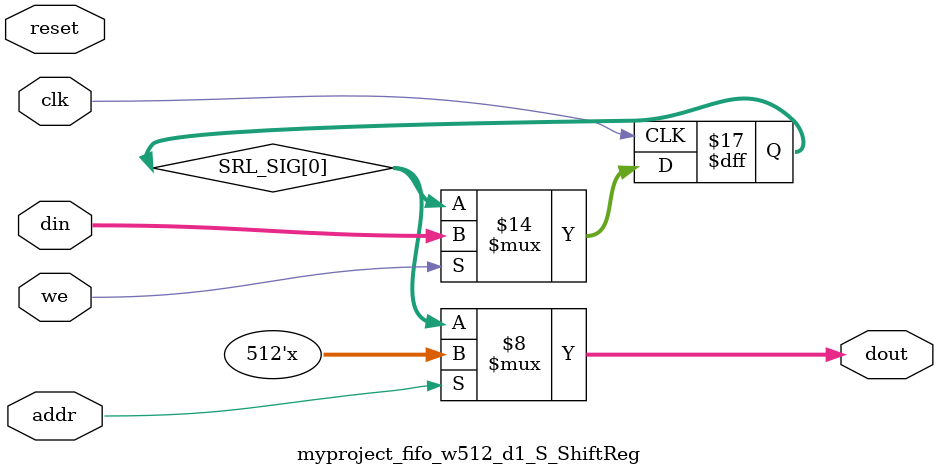
<source format=v>

`timescale 1 ns / 1 ps


module myproject_fifo_w512_d1_S
#(parameter
    MEM_STYLE   = "shiftReg",
    DATA_WIDTH  = 512,
    ADDR_WIDTH  = 1,
    DEPTH       = 1)
(
    // system signal
    input  wire                  clk,
    input  wire                  reset,

    // write
    output wire                  if_full_n,
    input  wire                  if_write_ce,
    input  wire                  if_write,
    input  wire [DATA_WIDTH-1:0] if_din,
    
    // read 
    output wire [ADDR_WIDTH:0]   if_num_data_valid, // for FRP
    output wire [ADDR_WIDTH:0]   if_fifo_cap,       // for FRP
    output wire                  if_empty_n,
    input  wire                  if_read_ce,
    input  wire                  if_read,
    output wire [DATA_WIDTH-1:0] if_dout
);
//------------------------Parameter----------------------

//------------------------Local signal-------------------
    wire [ADDR_WIDTH-1:0]     addr;
    wire                      push;
    wire                      pop;
    reg signed [ADDR_WIDTH:0] mOutPtr;
    reg                       empty_n = 1'b0;
    reg                       full_n  = 1'b1;
    // with almost full?  no 
    // has output register?  no 
//------------------------Instantiation------------------
    myproject_fifo_w512_d1_S_ShiftReg 
    #(  .DATA_WIDTH (DATA_WIDTH),
        .ADDR_WIDTH (ADDR_WIDTH),
        .DEPTH      (DEPTH))
    U_myproject_fifo_w512_d1_S_ShiftReg (
        .clk        (clk),
        .reset      (reset),
        .we         (push),
        .addr       (addr),
        .din        (if_din),
        .dout       (if_dout)
    );
//------------------------Task and function--------------

//------------------------Body---------------------------
    // has num_data_valid ? 
    assign if_num_data_valid = mOutPtr + 1'b1; // yes
    assign if_fifo_cap = DEPTH; // yes  

    // has almost full ? 
    assign if_full_n  = full_n; //no 
    assign push       = full_n & if_write_ce & if_write;

    // has output register? 
    assign if_empty_n = empty_n;  // no
    assign pop        = empty_n & if_read_ce & if_read; // no 

    assign addr       = mOutPtr[ADDR_WIDTH] == 1'b0 ? mOutPtr[ADDR_WIDTH-1:0] : {ADDR_WIDTH{1'b0}};

    // mOutPtr
    always @(posedge clk) begin
        if (reset == 1'b1)
            mOutPtr <= {ADDR_WIDTH+1{1'b1}};
        else if (push & ~pop)
            mOutPtr <= mOutPtr + 1'b1;
        else if (~push & pop)
            mOutPtr <= mOutPtr - 1'b1;
    end

    // full_n
    always @(posedge clk) begin
        if (reset == 1'b1)
            full_n <= 1'b1;
        else if (push & ~pop) begin
            if (mOutPtr == DEPTH - 2)
                full_n <= 1'b0;
        end
        else if (~push & pop)
            full_n <= 1'b1;
    end

    // almost_full_n 

    // empty_n
    always @(posedge clk) begin
        if (reset == 1'b1)
            empty_n <= 1'b0;
        else if (push & ~pop)
            empty_n <= 1'b1;
        else if (~push & pop) begin
            if (mOutPtr == 0)
                empty_n <= 1'b0;
        end
    end
 
    // num_data_valid 

    // dout_vld 

endmodule  


module myproject_fifo_w512_d1_S_ShiftReg
#(parameter
    DATA_WIDTH  = 512,
    ADDR_WIDTH  = 1,
    DEPTH       = 1)
(
    input  wire                  clk,
    input  wire                  reset,
    input  wire                  we,
    input  wire [ADDR_WIDTH-1:0] addr,
    input  wire [DATA_WIDTH-1:0] din,
    //output register? 
    output wire [DATA_WIDTH-1:0] dout // no 
);

    reg [DATA_WIDTH-1:0] SRL_SIG [0:DEPTH-1];
    integer i;

    always @ (posedge clk) begin
        if (we) begin
            for (i=0; i<DEPTH-1; i=i+1)
                SRL_SIG[i+1] <= SRL_SIG[i];
            SRL_SIG[0] <= din;
        end
    end

    //read from SRL, output register? 
    assign dout = SRL_SIG[addr];// no 

endmodule

</source>
